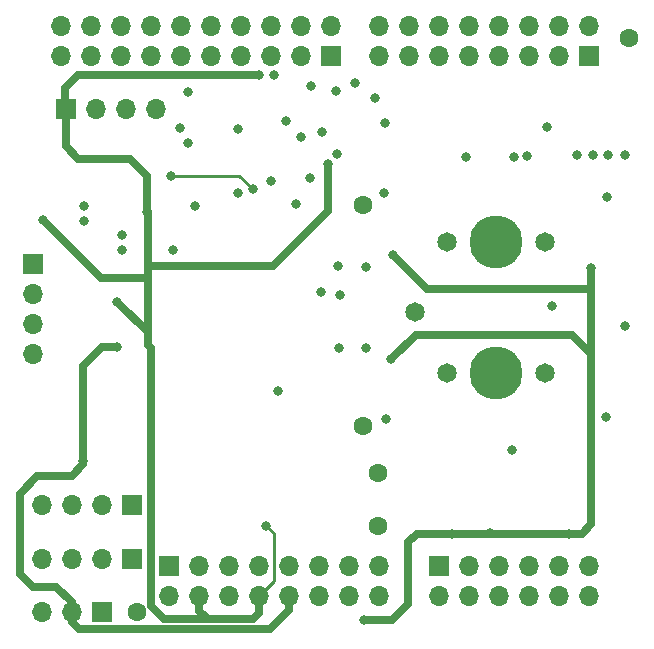
<source format=gbr>
%TF.GenerationSoftware,KiCad,Pcbnew,8.0.1*%
%TF.CreationDate,2024-05-22T13:21:10+02:00*%
%TF.ProjectId,FRDM-MCXx_Shield,4652444d-2d4d-4435-9878-5f536869656c,V2.0*%
%TF.SameCoordinates,Original*%
%TF.FileFunction,Copper,L3,Inr*%
%TF.FilePolarity,Positive*%
%FSLAX46Y46*%
G04 Gerber Fmt 4.6, Leading zero omitted, Abs format (unit mm)*
G04 Created by KiCad (PCBNEW 8.0.1) date 2024-05-22 13:21:10*
%MOMM*%
%LPD*%
G01*
G04 APERTURE LIST*
%TA.AperFunction,ComponentPad*%
%ADD10R,1.700000X1.700000*%
%TD*%
%TA.AperFunction,ComponentPad*%
%ADD11O,1.700000X1.700000*%
%TD*%
%TA.AperFunction,ComponentPad*%
%ADD12C,1.600000*%
%TD*%
%TA.AperFunction,ComponentPad*%
%ADD13C,1.650000*%
%TD*%
%TA.AperFunction,ComponentPad*%
%ADD14C,4.500000*%
%TD*%
%TA.AperFunction,ViaPad*%
%ADD15C,0.800000*%
%TD*%
%TA.AperFunction,Conductor*%
%ADD16C,0.250000*%
%TD*%
%TA.AperFunction,Conductor*%
%ADD17C,0.700000*%
%TD*%
G04 APERTURE END LIST*
D10*
%TO.N,/SDA*%
%TO.C,J5*%
X129320000Y-87240000D03*
D11*
%TO.N,/SCL*%
X129320000Y-89780000D03*
%TO.N,Net-(J5-Pin_3)*%
X129320000Y-92320000D03*
%TO.N,GND*%
X129320000Y-94860000D03*
%TD*%
D12*
%TO.N,/LED_NEOPIXEL*%
%TO.C,TP5*%
X158530000Y-104990000D03*
%TD*%
%TO.N,/ENC_A*%
%TO.C,TP2*%
X157250000Y-100960000D03*
%TD*%
%TO.N,/ENC_B*%
%TO.C,TP3*%
X157260000Y-82300000D03*
%TD*%
D10*
%TO.N,/~{EEPROM_CS}*%
%TO.C,J6*%
X137700000Y-107700000D03*
D11*
%TO.N,/~{SHIFTREG_CS}*%
X135160000Y-107700000D03*
%TO.N,/~{SHIFTREG_RST}*%
X132620000Y-107700000D03*
%TO.N,GND*%
X130080000Y-107700000D03*
%TD*%
D10*
%TO.N,/SPI_MOSI*%
%TO.C,J7*%
X137700000Y-112200000D03*
D11*
%TO.N,/SPI_CLK*%
X135160000Y-112200000D03*
%TO.N,/SPI_MISO*%
X132620000Y-112200000D03*
%TO.N,GND*%
X130080000Y-112200000D03*
%TD*%
D10*
%TO.N,/SERVO_PWM*%
%TO.C,M1*%
X135140000Y-116760000D03*
D11*
%TO.N,+5V*%
X132600000Y-116760000D03*
%TO.N,GND*%
X130060000Y-116760000D03*
%TD*%
D13*
%TO.N,/HMI/ENC_A_RAW*%
%TO.C,SW1*%
X164380000Y-96480000D03*
%TO.N,/HMI/ENC_B_RAW*%
X164380000Y-85380000D03*
%TO.N,+3.3V*%
X172680000Y-96480000D03*
%TO.N,/HMI/ENC_SW_RAW*%
X172680000Y-85380000D03*
%TO.N,GND*%
X161680000Y-91330000D03*
D14*
%TO.N,unconnected-(SW1-Pad6)*%
X168530000Y-96480000D03*
%TO.N,unconnected-(SW1-Pad7)*%
X168530000Y-85380000D03*
%TD*%
D12*
%TO.N,/SERVO_PWM*%
%TO.C,TP4*%
X138100000Y-116700000D03*
%TD*%
D10*
%TO.N,+3.3V*%
%TO.C,J8*%
X132100000Y-74160000D03*
D11*
%TO.N,/SDA*%
X134640000Y-74160000D03*
%TO.N,/SCL*%
X137180000Y-74160000D03*
%TO.N,GND*%
X139720000Y-74160000D03*
%TD*%
D12*
%TO.N,/ENC_SW*%
%TO.C,TP1*%
X179800000Y-68100000D03*
%TD*%
%TO.N,/LM35_V_OUT*%
%TO.C,TP6*%
X158530000Y-109420000D03*
%TD*%
D10*
%TO.N,unconnected-(J3-Pin_1-Pad1)*%
%TO.C,J3*%
X154540000Y-69630000D03*
D11*
%TO.N,unconnected-(J3-Pin_2-Pad2)*%
X154540000Y-67090000D03*
%TO.N,unconnected-(J3-Pin_3-Pad3)*%
X152000000Y-69630000D03*
%TO.N,unconnected-(J3-Pin_4-Pad4)*%
X152000000Y-67090000D03*
%TO.N,unconnected-(J3-Pin_5-Pad5)*%
X149460000Y-69630000D03*
%TO.N,/~{SHIFTREG_CS}*%
X149460000Y-67090000D03*
%TO.N,unconnected-(J3-Pin_7-Pad7)*%
X146920000Y-69630000D03*
%TO.N,/SPI_MOSI*%
X146920000Y-67090000D03*
%TO.N,unconnected-(J3-Pin_9-Pad9)*%
X144380000Y-69630000D03*
%TO.N,/SPI_MISO*%
X144380000Y-67090000D03*
%TO.N,unconnected-(J3-Pin_11-Pad11)*%
X141840000Y-69630000D03*
%TO.N,/SPI_CLK*%
X141840000Y-67090000D03*
%TO.N,unconnected-(J3-Pin_13-Pad13)*%
X139300000Y-69630000D03*
%TO.N,GND*%
X139300000Y-67090000D03*
%TO.N,unconnected-(J3-Pin_15-Pad15)*%
X136760000Y-69630000D03*
%TO.N,unconnected-(J3-Pin_16-Pad16)*%
X136760000Y-67090000D03*
%TO.N,unconnected-(J3-Pin_17-Pad17)*%
X134220000Y-69630000D03*
%TO.N,/SDA*%
X134220000Y-67090000D03*
%TO.N,unconnected-(J3-Pin_19-Pad19)*%
X131680000Y-69630000D03*
%TO.N,/SCL*%
X131680000Y-67090000D03*
%TD*%
D10*
%TO.N,unconnected-(J2-Pin_1-Pad1)*%
%TO.C,J2*%
X163700000Y-112830000D03*
D11*
%TO.N,/LM35_V_OUT*%
X163700000Y-115370000D03*
%TO.N,unconnected-(J2-Pin_3-Pad3)*%
X166240000Y-112830000D03*
%TO.N,unconnected-(J2-Pin_4-Pad4)*%
X166240000Y-115370000D03*
%TO.N,unconnected-(J2-Pin_5-Pad5)*%
X168780000Y-112830000D03*
%TO.N,unconnected-(J2-Pin_6-Pad6)*%
X168780000Y-115370000D03*
%TO.N,unconnected-(J2-Pin_7-Pad7)*%
X171320000Y-112830000D03*
%TO.N,unconnected-(J2-Pin_8-Pad8)*%
X171320000Y-115370000D03*
%TO.N,unconnected-(J2-Pin_9-Pad9)*%
X173860000Y-112830000D03*
%TO.N,unconnected-(J2-Pin_10-Pad10)*%
X173860000Y-115370000D03*
%TO.N,unconnected-(J2-Pin_11-Pad11)*%
X176400000Y-112830000D03*
%TO.N,unconnected-(J2-Pin_12-Pad12)*%
X176400000Y-115370000D03*
%TD*%
D10*
%TO.N,/ENC_B*%
%TO.C,J4*%
X140830000Y-112840000D03*
D11*
%TO.N,unconnected-(J4-Pin_2-Pad2)*%
X140830000Y-115380000D03*
%TO.N,/ENC_A*%
X143370000Y-112840000D03*
%TO.N,+3.3V*%
X143370000Y-115380000D03*
%TO.N,/~{EEPROM_CS}*%
X145910000Y-112840000D03*
%TO.N,unconnected-(J4-Pin_6-Pad6)*%
X145910000Y-115380000D03*
%TO.N,unconnected-(J4-Pin_7-Pad7)*%
X148450000Y-112840000D03*
%TO.N,+3.3V*%
X148450000Y-115380000D03*
%TO.N,unconnected-(J4-Pin_9-Pad9)*%
X150990000Y-112840000D03*
%TO.N,+5V*%
X150990000Y-115380000D03*
%TO.N,/LED_NEOPIXEL*%
X153530000Y-112840000D03*
%TO.N,GND*%
X153530000Y-115380000D03*
%TO.N,unconnected-(J4-Pin_13-Pad13)*%
X156070000Y-112840000D03*
%TO.N,GND*%
X156070000Y-115380000D03*
%TO.N,unconnected-(J4-Pin_15-Pad15)*%
X158610000Y-112840000D03*
%TO.N,unconnected-(J4-Pin_16-Pad16)*%
X158610000Y-115380000D03*
%TD*%
D10*
%TO.N,unconnected-(J1-Pin_1-Pad1)*%
%TO.C,J1*%
X176380000Y-69620000D03*
D11*
%TO.N,unconnected-(J1-Pin_2-Pad2)*%
X176380000Y-67080000D03*
%TO.N,/ENC_SW*%
X173840000Y-69620000D03*
%TO.N,unconnected-(J1-Pin_4-Pad4)*%
X173840000Y-67080000D03*
%TO.N,unconnected-(J1-Pin_5-Pad5)*%
X171300000Y-69620000D03*
%TO.N,unconnected-(J1-Pin_6-Pad6)*%
X171300000Y-67080000D03*
%TO.N,unconnected-(J1-Pin_7-Pad7)*%
X168760000Y-69620000D03*
%TO.N,unconnected-(J1-Pin_8-Pad8)*%
X168760000Y-67080000D03*
%TO.N,unconnected-(J1-Pin_9-Pad9)*%
X166220000Y-69620000D03*
%TO.N,/WRITE_PROT*%
X166220000Y-67080000D03*
%TO.N,unconnected-(J1-Pin_11-Pad11)*%
X163680000Y-69620000D03*
%TO.N,unconnected-(J1-Pin_12-Pad12)*%
X163680000Y-67080000D03*
%TO.N,unconnected-(J1-Pin_13-Pad13)*%
X161140000Y-69620000D03*
%TO.N,/SERVO_PWM*%
X161140000Y-67080000D03*
%TO.N,unconnected-(J1-Pin_15-Pad15)*%
X158600000Y-69620000D03*
%TO.N,/~{SHIFTREG_RST}*%
X158600000Y-67080000D03*
%TD*%
D15*
%TO.N,GND*%
X146690000Y-81260000D03*
X146660000Y-75800000D03*
X149770000Y-71300000D03*
X172810000Y-75700000D03*
X159160000Y-75310000D03*
X152780000Y-79990000D03*
X155170000Y-87460000D03*
X155200000Y-94370000D03*
X152850000Y-72200000D03*
X155090000Y-77910000D03*
%TO.N,+3.3V*%
X149070000Y-109430000D03*
X136400000Y-90450000D03*
X154300000Y-78800000D03*
X148490000Y-71280000D03*
X164760000Y-110080000D03*
X176610000Y-87560000D03*
X168020000Y-110070000D03*
X157310000Y-117410000D03*
X159820000Y-86480000D03*
X159650000Y-95340000D03*
X130200000Y-83550000D03*
X174670000Y-110080000D03*
X139011290Y-82880000D03*
%TO.N,Net-(D1-A)*%
X171120000Y-78160000D03*
X153670000Y-89662000D03*
X155300000Y-89860000D03*
%TO.N,Net-(D2-A)*%
X159004000Y-81280000D03*
X170050000Y-78170000D03*
%TO.N,/ENC_B*%
X157540000Y-87490000D03*
%TO.N,/ENC_A*%
X157540000Y-94360000D03*
%TO.N,/ENC_SW*%
X173228000Y-90860000D03*
%TO.N,Net-(D4-A)*%
X177910000Y-81620000D03*
X165980000Y-78170000D03*
%TO.N,+5V*%
X136410000Y-94320000D03*
X133600000Y-103900000D03*
%TO.N,/SCL*%
X133640000Y-83600000D03*
%TO.N,/SDA*%
X133610000Y-82390000D03*
X136820000Y-86080000D03*
%TO.N,/~{EEPROM_CS}*%
X150035000Y-98025000D03*
X143057500Y-82327500D03*
X142460000Y-72690000D03*
X142480000Y-77020000D03*
%TO.N,/SPI_MISO*%
X156567710Y-71962306D03*
X149440000Y-80240000D03*
%TO.N,/SPI_MOSI*%
X155020000Y-72630000D03*
X153770000Y-76080000D03*
%TO.N,/SPI_CLK*%
X152020000Y-76500000D03*
X150785545Y-75155545D03*
X151595141Y-82144859D03*
%TO.N,Net-(D5-A)*%
X175400000Y-78030000D03*
X179410000Y-92530000D03*
%TO.N,/WRITE_PROT*%
X141170000Y-86070000D03*
X141775808Y-75713800D03*
%TO.N,Net-(D6-A)*%
X176750000Y-78040000D03*
X177840000Y-100230000D03*
%TO.N,Net-(D7-A)*%
X169850000Y-102970000D03*
X178050000Y-78030000D03*
%TO.N,Net-(D8-A)*%
X159170000Y-100370000D03*
X179410000Y-78030000D03*
%TO.N,/~{SHIFTREG_CS}*%
X136830000Y-84830000D03*
X147910000Y-80950000D03*
X140970000Y-79790000D03*
%TO.N,/~{SHIFTREG_RST}*%
X158280000Y-73200000D03*
%TD*%
D16*
%TO.N,+3.3V*%
X149070000Y-109430000D02*
X149710000Y-110070000D01*
D17*
X174660000Y-110090000D02*
X174670000Y-110080000D01*
X139020000Y-88420000D02*
X139020000Y-88010000D01*
X133150000Y-78350000D02*
X132100000Y-77300000D01*
X157310000Y-117410000D02*
X159690000Y-117410000D01*
X140450000Y-117350000D02*
X139300000Y-116200000D01*
X159690000Y-117410000D02*
X161080000Y-116020000D01*
X136460000Y-90450000D02*
X136400000Y-90450000D01*
X148440000Y-71230000D02*
X148490000Y-71280000D01*
X168000000Y-110090000D02*
X168020000Y-110070000D01*
X137560000Y-78350000D02*
X133150000Y-78350000D01*
X164750000Y-110090000D02*
X164760000Y-110080000D01*
X149640000Y-87440000D02*
X154300000Y-82780000D01*
X176610000Y-87560000D02*
X176610000Y-89380000D01*
X139020000Y-88010000D02*
X139019032Y-87440000D01*
X164760000Y-110080000D02*
X164770000Y-110090000D01*
X164770000Y-110090000D02*
X168000000Y-110090000D01*
X144110000Y-117350000D02*
X140450000Y-117350000D01*
X139011290Y-79801290D02*
X137560000Y-78350000D01*
X139020000Y-88420000D02*
X135070000Y-88420000D01*
X174670000Y-110080000D02*
X174680000Y-110090000D01*
X132100000Y-74160000D02*
X132000000Y-74060000D01*
X139020000Y-94100000D02*
X139020000Y-88420000D01*
X132000000Y-74060000D02*
X132000000Y-72400000D01*
X139019032Y-82887742D02*
X139011290Y-82880000D01*
X133170000Y-71230000D02*
X148440000Y-71230000D01*
X139300000Y-94380000D02*
X139020000Y-94100000D01*
X174680000Y-110090000D02*
X175830000Y-110090000D01*
X162670000Y-89380000D02*
X176610000Y-89380000D01*
X139011290Y-82880000D02*
X139011290Y-79801290D01*
X132000000Y-72400000D02*
X133170000Y-71230000D01*
X161830000Y-110090000D02*
X164750000Y-110090000D01*
X175830000Y-110090000D02*
X176610000Y-109310000D01*
X174940000Y-93260000D02*
X176420000Y-94740000D01*
X148450000Y-116850000D02*
X147950000Y-117350000D01*
X176610000Y-94740000D02*
X176610000Y-89380000D01*
X159820000Y-86530000D02*
X162670000Y-89380000D01*
X168020000Y-110070000D02*
X168040000Y-110090000D01*
X168040000Y-110090000D02*
X174660000Y-110090000D01*
X144110000Y-117350000D02*
X143370000Y-116610000D01*
X139020000Y-93010000D02*
X136460000Y-90450000D01*
X176420000Y-94740000D02*
X176610000Y-94740000D01*
X161080000Y-110840000D02*
X161830000Y-110090000D01*
X154300000Y-82780000D02*
X154300000Y-78800000D01*
X135070000Y-88420000D02*
X130200000Y-83550000D01*
D16*
X149710000Y-110070000D02*
X149710000Y-114120000D01*
D17*
X143370000Y-116610000D02*
X143370000Y-115380000D01*
X148450000Y-115380000D02*
X148450000Y-116850000D01*
X139020000Y-94100000D02*
X139020000Y-93010000D01*
X161080000Y-116020000D02*
X161080000Y-110840000D01*
X159820000Y-86480000D02*
X159820000Y-86530000D01*
X139019032Y-87440000D02*
X149640000Y-87440000D01*
X176610000Y-109310000D02*
X176610000Y-94740000D01*
X147950000Y-117350000D02*
X144110000Y-117350000D01*
X159650000Y-95340000D02*
X161730000Y-93260000D01*
X139019032Y-87440000D02*
X139019032Y-82887742D01*
X139300000Y-116200000D02*
X139300000Y-94380000D01*
X132100000Y-77300000D02*
X132100000Y-74160000D01*
D16*
X149710000Y-114120000D02*
X148450000Y-115380000D01*
D17*
X161730000Y-93260000D02*
X174940000Y-93260000D01*
%TO.N,+5V*%
X131300000Y-114600000D02*
X132600000Y-115900000D01*
X133600000Y-103900000D02*
X133600000Y-104200000D01*
X150990000Y-116582081D02*
X149372081Y-118200000D01*
X133200000Y-118200000D02*
X132600000Y-117600000D01*
X133600000Y-95900000D02*
X133600000Y-103900000D01*
X128200000Y-106700000D02*
X128200000Y-113500000D01*
X135180000Y-94320000D02*
X133600000Y-95900000D01*
X149372081Y-118200000D02*
X133200000Y-118200000D01*
X150990000Y-115380000D02*
X150990000Y-116582081D01*
X128200000Y-113500000D02*
X129300000Y-114600000D01*
X132600000Y-115900000D02*
X132600000Y-116760000D01*
X132600000Y-117600000D02*
X132600000Y-116760000D01*
X136410000Y-94320000D02*
X135180000Y-94320000D01*
X129300000Y-114600000D02*
X131300000Y-114600000D01*
X129700000Y-105200000D02*
X128200000Y-106700000D01*
X133600000Y-104200000D02*
X132600000Y-105200000D01*
X132600000Y-105200000D02*
X129700000Y-105200000D01*
D16*
%TO.N,/~{SHIFTREG_CS}*%
X147910000Y-80950000D02*
X146750000Y-79790000D01*
X146750000Y-79790000D02*
X140970000Y-79790000D01*
%TD*%
M02*

</source>
